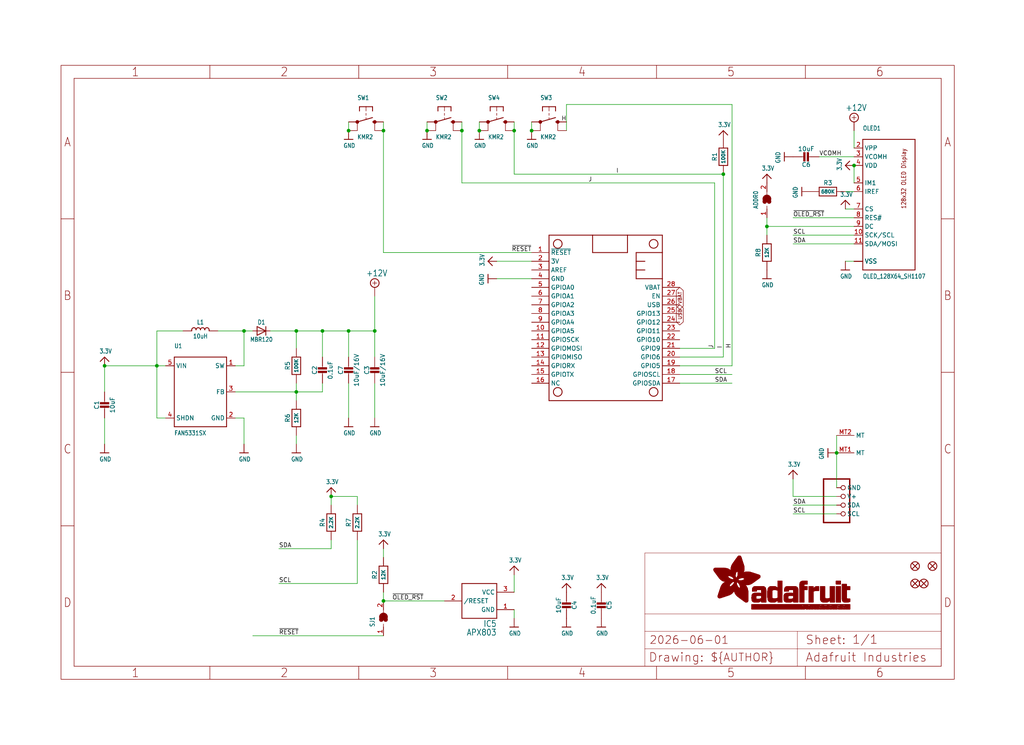
<source format=kicad_sch>
(kicad_sch (version 20230121) (generator eeschema)
  (paper "User" 298.45 217.322)
  (lib_symbols
    (symbol "working-eagle-import:+12V" (power)
      (property "Value" "+12V" (at -2.54 3.175 0))
      (symbol "+12V_1_0"
        (pin power_in line (at 0 -2.54 90) (length 2.54) (name "+12V") (number "1"))
      )
    )
    (symbol "working-eagle-import:3.3V" (power)
      (property "Value" "3.3V" (at -1.524 1.016 0))
      (symbol "3.3V_1_0"
        (pin power_in line (at 0 -2.54 90) (length 2.54) (name "3.3V") (number "1"))
      )
    )
    (symbol "working-eagle-import:AXP083-SAG"
      (property "Reference" "IC" (at -5.08 -7.62 0))
      (symbol "AXP083-SAG_1_0"
        (pin power_in line (at -10.16 -2.54 0) (length 5.08) (name "GND") (number "1"))
        (pin output line (at 10.16 0 180) (length 5.08) (name "/RESET") (number "2"))
        (pin power_in line (at -10.16 2.54 0) (length 5.08) (name "VCC") (number "3"))
      )
    )
    (symbol "working-eagle-import:CAP_CERAMIC0603_NO"
      (property "Reference" "C" (at -2.29 1.25 90))
      (symbol "CAP_CERAMIC0603_NO_1_0"
        (pin passive line (at 0 5.08 270) (length 2.54) (name "1") (number "1"))
        (pin passive line (at 0 -2.54 90) (length 2.54) (name "2") (number "2"))
      )
    )
    (symbol "working-eagle-import:CAP_CERAMIC0805-NOOUTLINE"
      (property "Reference" "C" (at -2.29 1.25 90))
      (symbol "CAP_CERAMIC0805-NOOUTLINE_1_0"
        (pin passive line (at 0 5.08 270) (length 2.54) (name "1") (number "1"))
        (pin passive line (at 0 -2.54 90) (length 2.54) (name "2") (number "2"))
      )
    )
    (symbol "working-eagle-import:DIODESOD-123"
      (property "Reference" "D" (at 0 2.54 0))
      (symbol "DIODESOD-123_1_0"
        (pin passive line (at -2.54 0 0) (length 2.54) (name "A") (number "A"))
        (pin passive line (at 2.54 0 180) (length 2.54) (name "C") (number "C"))
      )
    )
    (symbol "working-eagle-import:FEATHERWING_NODIM"
      (symbol "FEATHERWING_NODIM_1_0"
        (pin input line (at 5.08 -5.08 90) (length 5.08) (name "~{RESET}") (number "1"))
        (pin bidirectional line (at 27.94 -5.08 90) (length 5.08) (name "GPIOA5") (number "10"))
        (pin bidirectional line (at 30.48 -5.08 90) (length 5.08) (name "GPIOSCK") (number "11"))
        (pin bidirectional line (at 33.02 -5.08 90) (length 5.08) (name "GPIOMOSI") (number "12"))
        (pin bidirectional line (at 35.56 -5.08 90) (length 5.08) (name "GPIOMISO") (number "13"))
        (pin bidirectional line (at 38.1 -5.08 90) (length 5.08) (name "GPIORX") (number "14"))
        (pin bidirectional line (at 40.64 -5.08 90) (length 5.08) (name "GPIOTX") (number "15"))
        (pin passive line (at 43.18 -5.08 90) (length 5.08) (name "NC") (number "16"))
        (pin bidirectional line (at 43.18 38.1 270) (length 5.08) (name "GPIOSDA") (number "17"))
        (pin bidirectional line (at 40.64 38.1 270) (length 5.08) (name "GPIOSCL") (number "18"))
        (pin bidirectional line (at 38.1 38.1 270) (length 5.08) (name "GPIO5") (number "19"))
        (pin power_in line (at 7.62 -5.08 90) (length 5.08) (name "3V") (number "2"))
        (pin bidirectional line (at 35.56 38.1 270) (length 5.08) (name "GPIO6") (number "20"))
        (pin bidirectional line (at 33.02 38.1 270) (length 5.08) (name "GPIO9") (number "21"))
        (pin bidirectional line (at 30.48 38.1 270) (length 5.08) (name "GPIO10") (number "22"))
        (pin bidirectional line (at 27.94 38.1 270) (length 5.08) (name "GPIO11") (number "23"))
        (pin bidirectional line (at 25.4 38.1 270) (length 5.08) (name "GPIO12") (number "24"))
        (pin bidirectional line (at 22.86 38.1 270) (length 5.08) (name "GPIO13") (number "25"))
        (pin power_in line (at 20.32 38.1 270) (length 5.08) (name "USB") (number "26"))
        (pin passive line (at 17.78 38.1 270) (length 5.08) (name "EN") (number "27"))
        (pin power_in line (at 15.24 38.1 270) (length 5.08) (name "VBAT") (number "28"))
        (pin passive line (at 10.16 -5.08 90) (length 5.08) (name "AREF") (number "3"))
        (pin power_in line (at 12.7 -5.08 90) (length 5.08) (name "GND") (number "4"))
        (pin bidirectional line (at 15.24 -5.08 90) (length 5.08) (name "GPIOA0") (number "5"))
        (pin bidirectional line (at 17.78 -5.08 90) (length 5.08) (name "GPIOA1") (number "6"))
        (pin bidirectional line (at 20.32 -5.08 90) (length 5.08) (name "GPIOA2") (number "7"))
        (pin bidirectional line (at 22.86 -5.08 90) (length 5.08) (name "GPIOA3") (number "8"))
        (pin bidirectional line (at 25.4 -5.08 90) (length 5.08) (name "GPIOA4") (number "9"))
      )
    )
    (symbol "working-eagle-import:FIDUCIAL_1MM")
    (symbol "working-eagle-import:FRAME_A4_ADAFRUIT"
      (symbol "FRAME_A4_ADAFRUIT_1_0"
        (text "${#}/${##}" (at 230.505 10.16 0) (effects (font (size 2.54 2.54)) (justify left bottom)))
        (text "${AUTHOR}" (at 189.23 5.08 0) (effects (font (size 2.286 2.286)) (justify left bottom)))
        (text "${CURRENT_DATE}" (at 171.45 10.16 0) (effects (font (size 2.286 2.286)) (justify left bottom)))
        (text "${PROJECTNAME}" (at 171.45 15.24 0) (effects (font (size 2.54 2.54)) (justify left bottom)))
        (text "1" (at 21.6958 1.905 0) (effects (font (size 2.54 2.286))))
        (text "1" (at 21.6958 177.165 0) (effects (font (size 2.54 2.286))))
        (text "2" (at 65.0875 1.905 0) (effects (font (size 2.54 2.286))))
        (text "2" (at 65.0875 177.165 0) (effects (font (size 2.54 2.286))))
        (text "3" (at 108.4792 1.905 0) (effects (font (size 2.54 2.286))))
        (text "3" (at 108.4792 177.165 0) (effects (font (size 2.54 2.286))))
        (text "4" (at 151.8708 1.905 0) (effects (font (size 2.54 2.286))))
        (text "4" (at 151.8708 177.165 0) (effects (font (size 2.54 2.286))))
        (text "5" (at 195.2625 1.905 0) (effects (font (size 2.54 2.286))))
        (text "5" (at 195.2625 177.165 0) (effects (font (size 2.54 2.286))))
        (text "6" (at 238.6542 1.905 0) (effects (font (size 2.54 2.286))))
        (text "6" (at 238.6542 177.165 0) (effects (font (size 2.54 2.286))))
        (text "A" (at 1.905 156.6863 0) (effects (font (size 2.54 2.286))))
        (text "A" (at 258.445 156.6863 0) (effects (font (size 2.54 2.286))))
        (text "Adafruit Industries" (at 216.916 4.953 0) (effects (font (size 2.54 2.54)) (justify left bottom)))
        (text "B" (at 1.905 111.9188 0) (effects (font (size 2.54 2.286))))
        (text "B" (at 258.445 111.9188 0) (effects (font (size 2.54 2.286))))
        (text "C" (at 1.905 67.1513 0) (effects (font (size 2.54 2.286))))
        (text "C" (at 258.445 67.1513 0) (effects (font (size 2.54 2.286))))
        (text "D" (at 1.905 22.3838 0) (effects (font (size 2.54 2.286))))
        (text "D" (at 258.445 22.3838 0) (effects (font (size 2.54 2.286))))
        (text "Drawing:" (at 171.196 4.953 0) (effects (font (size 2.54 2.54)) (justify left bottom)))
        (text "Sheet:" (at 216.916 10.033 0) (effects (font (size 2.54 2.54)) (justify left bottom)))
      )
    )
    (symbol "working-eagle-import:GND" (power)
      (property "Value" "GND" (at -1.524 -2.54 0))
      (symbol "GND_1_0"
        (pin power_in line (at 0 2.54 270) (length 2.54) (name "GND") (number "1"))
      )
    )
    (symbol "working-eagle-import:INDUCTOR"
      (property "Reference" "L" (at 0 2.54 0))
      (symbol "INDUCTOR_1_0"
        (pin passive line (at -5.08 0 0) (length 2.54) (name "1") (number "P$1"))
        (pin passive line (at 5.08 0 180) (length 2.54) (name "2") (number "P$2"))
      )
    )
    (symbol "working-eagle-import:OLED_128X64_SH1107"
      (property "Reference" "OLED" (at -7.62 22.86 0))
      (symbol "OLED_128X64_SH1107_1_0"
        (text "128x32 OLED Display" (at 5.08 0 900) (effects (font (size 1.27 1.0795)) (justify left bottom)))
        (pin power_in line (at -10.16 -15.24 0) (length 2.54) (name "VSS") (number "1"))
        (pin input line (at -10.16 -7.62 0) (length 2.54) (name "SCK/SCL") (number "10"))
        (pin input line (at -10.16 -10.16 0) (length 2.54) (name "SDA/MOSI") (number "11"))
        (pin power_in line (at -10.16 -15.24 0) (length 2.54) (name "VSS") (number "12"))
        (pin power_in line (at -10.16 -15.24 0) (length 2.54) (name "VSS") (number "13"))
        (pin power_in line (at -10.16 17.78 0) (length 2.54) (name "VPP") (number "2"))
        (pin power_in line (at -10.16 15.24 0) (length 2.54) (name "VCOMH") (number "3"))
        (pin power_in line (at -10.16 12.7 0) (length 2.54) (name "VDD") (number "4"))
        (pin input line (at -10.16 7.62 0) (length 2.54) (name "IM1") (number "5"))
        (pin bidirectional line (at -10.16 5.08 0) (length 2.54) (name "IREF") (number "6"))
        (pin input line (at -10.16 0 0) (length 2.54) (name "CS") (number "7"))
        (pin input line (at -10.16 -2.54 0) (length 2.54) (name "RES#") (number "8"))
        (pin input line (at -10.16 -5.08 0) (length 2.54) (name "DC") (number "9"))
      )
    )
    (symbol "working-eagle-import:RESISTOR_0603_NOOUT"
      (property "Reference" "R" (at 0 2.54 0))
      (symbol "RESISTOR_0603_NOOUT_1_0"
        (pin passive line (at -5.08 0 0) (length 2.54) (name "1") (number "1"))
        (pin passive line (at 5.08 0 180) (length 2.54) (name "2") (number "2"))
      )
    )
    (symbol "working-eagle-import:SOLDERJUMPER"
      (property "Reference" "SJ" (at -2.54 2.54 0))
      (symbol "SOLDERJUMPER_1_0"
        (pin passive line (at -5.08 0 0) (length 2.54) (name "1") (number "1"))
        (pin passive line (at 5.08 0 180) (length 2.54) (name "2") (number "2"))
      )
    )
    (symbol "working-eagle-import:SOLDERJUMPERCLOSED"
      (property "Reference" "SJ" (at -2.54 2.54 0))
      (symbol "SOLDERJUMPERCLOSED_1_0"
        (pin passive line (at -5.08 0 0) (length 2.54) (name "1") (number "1"))
        (pin passive line (at 5.08 0 180) (length 2.54) (name "2") (number "2"))
      )
    )
    (symbol "working-eagle-import:STEMMA_I2C_QT"
      (symbol "STEMMA_I2C_QT_1_0"
        (pin passive inverted (at 0 5.08 0) (length 2.54) (name "GND") (number "1"))
        (pin passive inverted (at 0 2.54 0) (length 2.54) (name "V+") (number "2"))
        (pin passive inverted (at 0 0 0) (length 2.54) (name "SDA") (number "3"))
        (pin passive inverted (at 0 -2.54 0) (length 2.54) (name "SCL") (number "4"))
      )
      (symbol "STEMMA_I2C_QT_2_0"
        (pin bidirectional line (at 0 0 0) (length 5.08) (name "MT") (number "MT1"))
      )
      (symbol "STEMMA_I2C_QT_3_0"
        (pin bidirectional line (at 0 0 0) (length 5.08) (name "MT") (number "MT2"))
      )
    )
    (symbol "working-eagle-import:SWITCH_TACT_SMT4.6X2.8"
      (property "Reference" "SW" (at -2.54 6.35 0))
      (symbol "SWITCH_TACT_SMT4.6X2.8_1_0"
        (pin passive line (at -5.08 0 0) (length 2.54) (name "P") (number "A"))
        (pin passive line (at -5.08 -2.54 0) (length 2.54) (name "P1") (number "A'"))
        (pin passive line (at 5.08 0 180) (length 2.54) (name "S") (number "B"))
        (pin passive line (at 5.08 -2.54 180) (length 2.54) (name "S1") (number "B'"))
      )
    )
    (symbol "working-eagle-import:VREG_FAN5331"
      (property "Reference" "U" (at -7.62 12.7 0))
      (symbol "VREG_FAN5331_1_0"
        (pin bidirectional line (at 10.16 7.62 180) (length 2.54) (name "SW") (number "1"))
        (pin bidirectional line (at 10.16 -7.62 180) (length 2.54) (name "GND") (number "2"))
        (pin bidirectional line (at 10.16 0 180) (length 2.54) (name "FB") (number "3"))
        (pin bidirectional line (at -10.16 -7.62 0) (length 2.54) (name "SHDN") (number "4"))
        (pin bidirectional line (at -10.16 7.62 0) (length 2.54) (name "VIN") (number "5"))
      )
    )
  )
  (junction (at 30.48 106.68))
  (junction (at 86.36 114.3))
  (junction (at 93.98 96.52))
  (junction (at 86.36 96.52))
  (junction (at 154.94 38.1))
  (junction (at 96.52 144.78))
  (junction (at 223.52 66.04))
  (junction (at 71.12 96.52))
  (junction (at 111.76 38.1))
  (junction (at 45.72 106.68))
  (junction (at 134.62 38.1))
  (junction (at 139.7 38.1))
  (junction (at 248.92 48.26))
  (junction (at 109.22 96.52))
  (junction (at 111.76 175.26))
  (junction (at 149.86 38.1))
  (junction (at 124.46 38.1))
  (junction (at 243.84 132.08))
  (junction (at 101.6 38.1))
  (junction (at 210.82 50.8))
  (junction (at 101.6 96.52))
  (wire (pts (xy 246.38 76.2) (xy 248.92 76.2)) (stroke (width 0.1524)))
  (wire (pts (xy 86.36 96.52) (xy 93.98 96.52)) (stroke (width 0.1524)))
  (wire (pts (xy 111.76 35.56) (xy 111.76 38.1)) (stroke (width 0.1524)))
  (wire (pts (xy 213.36 30.48) (xy 213.36 106.68)) (stroke (width 0.1524)))
  (wire (pts (xy 45.72 106.68) (xy 45.72 96.52)) (stroke (width 0.1524)))
  (wire (pts (xy 96.52 147.32) (xy 96.52 144.78)) (stroke (width 0.1524)))
  (wire (pts (xy 101.6 121.92) (xy 101.6 111.76)) (stroke (width 0.1524)))
  (wire (pts (xy 149.86 50.8) (xy 210.82 50.8)) (stroke (width 0.1524)))
  (wire (pts (xy 104.14 144.78) (xy 96.52 144.78)) (stroke (width 0.1524)))
  (wire (pts (xy 45.72 121.92) (xy 45.72 106.68)) (stroke (width 0.1524)))
  (wire (pts (xy 246.38 60.96) (xy 248.92 60.96)) (stroke (width 0.1524)))
  (wire (pts (xy 109.22 111.76) (xy 109.22 121.92)) (stroke (width 0.1524)))
  (wire (pts (xy 165.1 30.48) (xy 165.1 38.1)) (stroke (width 0.1524)))
  (wire (pts (xy 30.48 121.92) (xy 30.48 129.54)) (stroke (width 0.1524)))
  (wire (pts (xy 71.12 121.92) (xy 71.12 129.54)) (stroke (width 0.1524)))
  (wire (pts (xy 198.12 101.6) (xy 208.28 101.6)) (stroke (width 0.1524)))
  (wire (pts (xy 139.7 35.56) (xy 139.7 38.1)) (stroke (width 0.1524)))
  (wire (pts (xy 243.84 132.08) (xy 243.84 142.24)) (stroke (width 0.1524)))
  (wire (pts (xy 101.6 96.52) (xy 109.22 96.52)) (stroke (width 0.1524)))
  (wire (pts (xy 231.14 144.78) (xy 231.14 139.7)) (stroke (width 0.1524)))
  (wire (pts (xy 101.6 96.52) (xy 101.6 104.14)) (stroke (width 0.1524)))
  (wire (pts (xy 45.72 106.68) (xy 30.48 106.68)) (stroke (width 0.1524)))
  (wire (pts (xy 223.52 66.04) (xy 223.52 68.58)) (stroke (width 0.1524)))
  (wire (pts (xy 111.76 73.66) (xy 154.94 73.66)) (stroke (width 0.1524)))
  (wire (pts (xy 71.12 106.68) (xy 68.58 106.68)) (stroke (width 0.1524)))
  (wire (pts (xy 104.14 147.32) (xy 104.14 144.78)) (stroke (width 0.1524)))
  (wire (pts (xy 96.52 160.02) (xy 81.28 160.02)) (stroke (width 0.1524)))
  (wire (pts (xy 198.12 106.68) (xy 213.36 106.68)) (stroke (width 0.1524)))
  (wire (pts (xy 231.14 68.58) (xy 248.92 68.58)) (stroke (width 0.1524)))
  (wire (pts (xy 154.94 35.56) (xy 154.94 38.1)) (stroke (width 0.1524)))
  (wire (pts (xy 45.72 96.52) (xy 53.34 96.52)) (stroke (width 0.1524)))
  (wire (pts (xy 111.76 185.42) (xy 73.66 185.42)) (stroke (width 0.1524)))
  (wire (pts (xy 86.36 96.52) (xy 86.36 101.6)) (stroke (width 0.1524)))
  (wire (pts (xy 86.36 114.3) (xy 86.36 111.76)) (stroke (width 0.1524)))
  (wire (pts (xy 86.36 127) (xy 86.36 129.54)) (stroke (width 0.1524)))
  (wire (pts (xy 243.84 147.32) (xy 231.14 147.32)) (stroke (width 0.1524)))
  (wire (pts (xy 30.48 106.68) (xy 30.48 114.3)) (stroke (width 0.1524)))
  (wire (pts (xy 198.12 104.14) (xy 210.82 104.14)) (stroke (width 0.1524)))
  (wire (pts (xy 48.26 106.68) (xy 45.72 106.68)) (stroke (width 0.1524)))
  (wire (pts (xy 104.14 170.18) (xy 81.28 170.18)) (stroke (width 0.1524)))
  (wire (pts (xy 198.12 111.76) (xy 213.36 111.76)) (stroke (width 0.1524)))
  (wire (pts (xy 149.86 177.8) (xy 149.86 180.34)) (stroke (width 0.1524)))
  (wire (pts (xy 93.98 96.52) (xy 101.6 96.52)) (stroke (width 0.1524)))
  (wire (pts (xy 71.12 96.52) (xy 71.12 106.68)) (stroke (width 0.1524)))
  (wire (pts (xy 238.76 45.72) (xy 248.92 45.72)) (stroke (width 0.1524)))
  (wire (pts (xy 111.76 38.1) (xy 111.76 73.66)) (stroke (width 0.1524)))
  (wire (pts (xy 86.36 116.84) (xy 86.36 114.3)) (stroke (width 0.1524)))
  (wire (pts (xy 223.52 63.5) (xy 223.52 66.04)) (stroke (width 0.1524)))
  (wire (pts (xy 68.58 114.3) (xy 86.36 114.3)) (stroke (width 0.1524)))
  (wire (pts (xy 149.86 35.56) (xy 149.86 38.1)) (stroke (width 0.1524)))
  (wire (pts (xy 231.14 63.5) (xy 248.92 63.5)) (stroke (width 0.1524)))
  (wire (pts (xy 124.46 35.56) (xy 124.46 38.1)) (stroke (width 0.1524)))
  (wire (pts (xy 111.76 175.26) (xy 111.76 172.72)) (stroke (width 0.1524)))
  (wire (pts (xy 134.62 38.1) (xy 134.62 53.34)) (stroke (width 0.1524)))
  (wire (pts (xy 246.38 55.88) (xy 248.92 55.88)) (stroke (width 0.1524)))
  (wire (pts (xy 48.26 121.92) (xy 45.72 121.92)) (stroke (width 0.1524)))
  (wire (pts (xy 210.82 50.8) (xy 210.82 104.14)) (stroke (width 0.1524)))
  (wire (pts (xy 208.28 53.34) (xy 208.28 101.6)) (stroke (width 0.1524)))
  (wire (pts (xy 144.78 76.2) (xy 154.94 76.2)) (stroke (width 0.1524)))
  (wire (pts (xy 78.74 96.52) (xy 86.36 96.52)) (stroke (width 0.1524)))
  (wire (pts (xy 248.92 38.1) (xy 248.92 43.18)) (stroke (width 0.1524)))
  (wire (pts (xy 71.12 96.52) (xy 73.66 96.52)) (stroke (width 0.1524)))
  (wire (pts (xy 231.14 149.86) (xy 243.84 149.86)) (stroke (width 0.1524)))
  (wire (pts (xy 93.98 114.3) (xy 93.98 111.76)) (stroke (width 0.1524)))
  (wire (pts (xy 223.52 66.04) (xy 248.92 66.04)) (stroke (width 0.1524)))
  (wire (pts (xy 248.92 71.12) (xy 231.14 71.12)) (stroke (width 0.1524)))
  (wire (pts (xy 165.1 30.48) (xy 213.36 30.48)) (stroke (width 0.1524)))
  (wire (pts (xy 93.98 104.14) (xy 93.98 96.52)) (stroke (width 0.1524)))
  (wire (pts (xy 101.6 35.56) (xy 101.6 38.1)) (stroke (width 0.1524)))
  (wire (pts (xy 109.22 96.52) (xy 109.22 86.36)) (stroke (width 0.1524)))
  (wire (pts (xy 144.78 81.28) (xy 154.94 81.28)) (stroke (width 0.1524)))
  (wire (pts (xy 109.22 96.52) (xy 109.22 104.14)) (stroke (width 0.1524)))
  (wire (pts (xy 149.86 38.1) (xy 149.86 50.8)) (stroke (width 0.1524)))
  (wire (pts (xy 134.62 53.34) (xy 208.28 53.34)) (stroke (width 0.1524)))
  (wire (pts (xy 243.84 127) (xy 243.84 132.08)) (stroke (width 0.1524)))
  (wire (pts (xy 104.14 157.48) (xy 104.14 170.18)) (stroke (width 0.1524)))
  (wire (pts (xy 198.12 109.22) (xy 213.36 109.22)) (stroke (width 0.1524)))
  (wire (pts (xy 134.62 35.56) (xy 134.62 38.1)) (stroke (width 0.1524)))
  (wire (pts (xy 86.36 114.3) (xy 93.98 114.3)) (stroke (width 0.1524)))
  (wire (pts (xy 68.58 121.92) (xy 71.12 121.92)) (stroke (width 0.1524)))
  (wire (pts (xy 243.84 144.78) (xy 231.14 144.78)) (stroke (width 0.1524)))
  (wire (pts (xy 248.92 48.26) (xy 248.92 53.34)) (stroke (width 0.1524)))
  (wire (pts (xy 63.5 96.52) (xy 71.12 96.52)) (stroke (width 0.1524)))
  (wire (pts (xy 129.54 175.26) (xy 111.76 175.26)) (stroke (width 0.1524)))
  (wire (pts (xy 149.86 172.72) (xy 149.86 167.64)) (stroke (width 0.1524)))
  (wire (pts (xy 111.76 162.56) (xy 111.76 160.02)) (stroke (width 0.1524)))
  (wire (pts (xy 96.52 160.02) (xy 96.52 157.48)) (stroke (width 0.1524)))
  (label "~{OLED_RST}" (at 231.14 63.5 0) (effects (font (size 1.2446 1.2446))))
  (label "H" (at 213.36 101.6 90) (effects (font (size 1.2446 1.2446))))
  (label "~{RESET}" (at 81.28 185.42 0) (effects (font (size 1.2446 1.2446))))
  (label "H" (at 165.1 35.56 180) (effects (font (size 1.2446 1.2446))))
  (label "SDA" (at 231.14 147.32 0) (effects (font (size 1.2446 1.2446))))
  (label "SCL" (at 231.14 149.86 0) (effects (font (size 1.2446 1.2446))))
  (label "~{RESET}" (at 154.94 73.66 180) (effects (font (size 1.2446 1.2446))))
  (label "SCL" (at 231.14 68.58 0) (effects (font (size 1.2446 1.2446))))
  (label "~{OLED_RST}" (at 114.3 175.26 0) (effects (font (size 1.2446 1.2446))))
  (label "I" (at 210.82 101.6 90) (effects (font (size 1.2446 1.2446))))
  (label "J" (at 208.28 101.6 90) (effects (font (size 1.2446 1.2446))))
  (label "SCL" (at 208.28 109.22 0) (effects (font (size 1.2446 1.2446))))
  (label "J" (at 171.45 53.34 0) (effects (font (size 1.2446 1.2446))))
  (label "VCOMH" (at 238.76 45.72 0) (effects (font (size 1.2446 1.2446))))
  (label "I" (at 180.34 50.8 180) (effects (font (size 1.2446 1.2446))))
  (label "SDA" (at 81.28 160.02 0) (effects (font (size 1.2446 1.2446))))
  (label "SDA" (at 208.28 111.76 0) (effects (font (size 1.2446 1.2446))))
  (label "SDA" (at 231.14 71.12 0) (effects (font (size 1.2446 1.2446))))
  (label "SCL" (at 81.28 170.18 0) (effects (font (size 1.2446 1.2446))))
  (global_label "USB" (shape bidirectional) (at 198.12 88.9 270) (effects (font (size 1.016 1.016))) (property "Intersheetrefs" "${INTERSHEET_REFS}" (effects hide)))
  (global_label "VBAT" (shape bidirectional) (at 198.12 83.82 270) (effects (font (size 1.016 1.016))) (property "Intersheetrefs" "${INTERSHEET_REFS}" (effects hide)))
  (symbol (lib_id "working-eagle-import:CAP_CERAMIC0805-NOOUTLINE") (at 30.48 119.38 0) (unit 1)
    (property "Reference" "C1" (at 28.19 118.13 90))
    (property "Value" "10uF" (at 32.78 118.13 90))
    (property "Footprint" "working:0805-NO" (effects hide))
  )
  (symbol (lib_id "working-eagle-import:3.3V") (at 149.86 165.1 0) (unit 1)
    (property "Reference" "#U$31" (effects hide))
    (property "Value" "3.3V" (at 148.336 164.084 0) (effects (font (size 1.27 1.0795)) (justify left bottom)))
  )
  (symbol (lib_id "working-eagle-import:RESISTOR_0603_NOOUT") (at 86.36 106.68 90) (unit 1)
    (property "Reference" "R5" (at 83.82 106.68 0))
    (property "Value" "100K" (at 86.36 106.68 0) (effects (font (size 1.016 1.016) bold)))
    (property "Footprint" "working:0603-NO" (effects hide))
  )
  (symbol (lib_id "working-eagle-import:GND") (at 142.24 81.28 270) (unit 1)
    (property "Reference" "#U$7" (effects hide))
    (property "Value" "GND" (at 139.7 79.756 0) (effects (font (size 1.27 1.0795)) (justify left bottom)))
  )
  (symbol (lib_id "working-eagle-import:GND") (at 86.36 132.08 0) (unit 1)
    (property "Reference" "#U$5" (effects hide))
    (property "Value" "GND" (at 84.836 134.62 0) (effects (font (size 1.27 1.0795)) (justify left bottom)))
  )
  (symbol (lib_id "working-eagle-import:3.3V") (at 231.14 137.16 0) (unit 1)
    (property "Reference" "#U$4" (effects hide))
    (property "Value" "3.3V" (at 229.616 136.144 0) (effects (font (size 1.27 1.0795)) (justify left bottom)))
  )
  (symbol (lib_id "working-eagle-import:RESISTOR_0603_NOOUT") (at 223.52 73.66 90) (unit 1)
    (property "Reference" "R8" (at 220.98 73.66 0))
    (property "Value" "12K" (at 223.52 73.66 0) (effects (font (size 1.016 1.016) bold)))
    (property "Footprint" "working:0603-NO" (effects hide))
  )
  (symbol (lib_id "working-eagle-import:SOLDERJUMPERCLOSED") (at 111.76 180.34 90) (unit 1)
    (property "Reference" "SJ1" (at 109.22 182.88 0) (effects (font (size 1.27 1.0795)) (justify left bottom)))
    (property "Value" "SOLDERJUMPERCLOSED" (effects hide))
    (property "Footprint" "working:SOLDERJUMPER_CLOSEDWIRE" (effects hide))
  )
  (symbol (lib_id "working-eagle-import:GND") (at 165.1 182.88 0) (unit 1)
    (property "Reference" "#U$23" (effects hide))
    (property "Value" "GND" (at 163.576 185.42 0) (effects (font (size 1.27 1.0795)) (justify left bottom)))
  )
  (symbol (lib_id "working-eagle-import:3.3V") (at 246.38 58.42 0) (unit 1)
    (property "Reference" "#U$2" (effects hide))
    (property "Value" "3.3V" (at 244.856 57.404 0) (effects (font (size 1.27 1.0795)) (justify left bottom)))
  )
  (symbol (lib_id "working-eagle-import:3.3V") (at 165.1 170.18 0) (unit 1)
    (property "Reference" "#U$22" (effects hide))
    (property "Value" "3.3V" (at 163.576 169.164 0) (effects (font (size 1.27 1.0795)) (justify left bottom)))
  )
  (symbol (lib_id "working-eagle-import:RESISTOR_0603_NOOUT") (at 210.82 45.72 90) (unit 1)
    (property "Reference" "R1" (at 208.28 45.72 0))
    (property "Value" "100K" (at 210.82 45.72 0) (effects (font (size 1.016 1.016) bold)))
    (property "Footprint" "working:0603-NO" (effects hide))
  )
  (symbol (lib_id "working-eagle-import:RESISTOR_0603_NOOUT") (at 104.14 152.4 90) (unit 1)
    (property "Reference" "R7" (at 101.6 152.4 0))
    (property "Value" "2.2K" (at 104.14 152.4 0) (effects (font (size 1.016 1.016) bold)))
    (property "Footprint" "working:0603-NO" (effects hide))
  )
  (symbol (lib_id "working-eagle-import:FEATHERWING_NODIM") (at 160.02 68.58 270) (unit 1)
    (property "Reference" "MS1" (effects hide))
    (property "Value" "FEATHERWING_NODIM" (effects hide))
    (property "Footprint" "working:FEATHERWING_NODIM" (effects hide))
  )
  (symbol (lib_id "working-eagle-import:RESISTOR_0603_NOOUT") (at 241.3 55.88 0) (unit 1)
    (property "Reference" "R3" (at 241.3 53.34 0))
    (property "Value" "680K" (at 241.3 55.88 0) (effects (font (size 1.016 1.016) bold)))
    (property "Footprint" "working:0603-NO" (effects hide))
  )
  (symbol (lib_id "working-eagle-import:GND") (at 223.52 81.28 0) (unit 1)
    (property "Reference" "#U$32" (effects hide))
    (property "Value" "GND" (at 221.996 83.82 0) (effects (font (size 1.27 1.0795)) (justify left bottom)))
  )
  (symbol (lib_id "working-eagle-import:STEMMA_I2C_QT") (at 243.84 147.32 0) (unit 1)
    (property "Reference" "CONN1" (effects hide))
    (property "Value" "STEMMA_I2C_QT" (effects hide))
    (property "Footprint" "working:JST_SH4" (effects hide))
  )
  (symbol (lib_id "working-eagle-import:3.3V") (at 175.26 170.18 0) (unit 1)
    (property "Reference" "#U$33" (effects hide))
    (property "Value" "3.3V" (at 173.736 169.164 0) (effects (font (size 1.27 1.0795)) (justify left bottom)))
  )
  (symbol (lib_id "working-eagle-import:RESISTOR_0603_NOOUT") (at 111.76 167.64 90) (unit 1)
    (property "Reference" "R2" (at 109.22 167.64 0))
    (property "Value" "12K" (at 111.76 167.64 0) (effects (font (size 1.016 1.016) bold)))
    (property "Footprint" "working:0603-NO" (effects hide))
  )
  (symbol (lib_id "working-eagle-import:SOLDERJUMPER") (at 223.52 58.42 90) (unit 1)
    (property "Reference" "ADDR0" (at 220.98 60.96 0) (effects (font (size 1.27 1.0795)) (justify left bottom)))
    (property "Value" "SOLDERJUMPER" (effects hide))
    (property "Footprint" "working:SOLDERJUMPER_ARROW_NOPASTE" (effects hide))
  )
  (symbol (lib_id "working-eagle-import:GND") (at 71.12 132.08 0) (unit 1)
    (property "Reference" "#U$25" (effects hide))
    (property "Value" "GND" (at 69.596 134.62 0) (effects (font (size 1.27 1.0795)) (justify left bottom)))
  )
  (symbol (lib_id "working-eagle-import:STEMMA_I2C_QT") (at 243.84 127 0) (unit 3)
    (property "Reference" "CONN1" (effects hide))
    (property "Value" "STEMMA_I2C_QT" (effects hide))
    (property "Footprint" "working:JST_SH4" (effects hide))
  )
  (symbol (lib_id "working-eagle-import:CAP_CERAMIC0603_NO") (at 175.26 175.26 180) (unit 1)
    (property "Reference" "C5" (at 177.55 176.51 90))
    (property "Value" "0.1uF" (at 172.96 176.51 90))
    (property "Footprint" "working:0603-NO" (effects hide))
  )
  (symbol (lib_id "working-eagle-import:3.3V") (at 210.82 38.1 0) (unit 1)
    (property "Reference" "#U$3" (effects hide))
    (property "Value" "3.3V" (at 209.296 37.084 0) (effects (font (size 1.27 1.0795)) (justify left bottom)))
  )
  (symbol (lib_id "working-eagle-import:SWITCH_TACT_SMT4.6X2.8") (at 144.78 35.56 0) (unit 1)
    (property "Reference" "SW4" (at 142.24 29.21 0) (effects (font (size 1.27 1.0795)) (justify left bottom)))
    (property "Value" "KMR2" (at 142.24 40.64 0) (effects (font (size 1.27 1.0795)) (justify left bottom)))
    (property "Footprint" "working:BTN_KMR2_4.6X2.8" (effects hide))
  )
  (symbol (lib_id "working-eagle-import:FIDUCIAL_1MM") (at 271.78 165.1 0) (unit 1)
    (property "Reference" "FID1" (effects hide))
    (property "Value" "FIDUCIAL_1MM" (effects hide))
    (property "Footprint" "working:FIDUCIAL_1MM" (effects hide))
  )
  (symbol (lib_id "working-eagle-import:GND") (at 228.6 45.72 270) (unit 1)
    (property "Reference" "#U$20" (effects hide))
    (property "Value" "GND" (at 226.06 44.196 0) (effects (font (size 1.27 1.0795)) (justify left bottom)))
  )
  (symbol (lib_id "working-eagle-import:SWITCH_TACT_SMT4.6X2.8") (at 106.68 35.56 0) (unit 1)
    (property "Reference" "SW1" (at 104.14 29.21 0) (effects (font (size 1.27 1.0795)) (justify left bottom)))
    (property "Value" "KMR2" (at 104.14 40.64 0) (effects (font (size 1.27 1.0795)) (justify left bottom)))
    (property "Footprint" "working:BTN_KMR2_4.6X2.8" (effects hide))
  )
  (symbol (lib_id "working-eagle-import:GND") (at 124.46 40.64 0) (unit 1)
    (property "Reference" "#U$10" (effects hide))
    (property "Value" "GND" (at 122.936 43.18 0) (effects (font (size 1.27 1.0795)) (justify left bottom)))
  )
  (symbol (lib_id "working-eagle-import:AXP083-SAG") (at 139.7 175.26 0) (mirror y) (unit 1)
    (property "Reference" "IC5" (at 144.78 182.88 0) (effects (font (size 1.778 1.5113)) (justify left bottom)))
    (property "Value" "APX803" (at 144.78 185.42 0) (effects (font (size 1.778 1.5113)) (justify left bottom)))
    (property "Footprint" "working:SOT23" (effects hide))
  )
  (symbol (lib_id "working-eagle-import:GND") (at 139.7 40.64 0) (unit 1)
    (property "Reference" "#U$11" (effects hide))
    (property "Value" "GND" (at 138.176 43.18 0) (effects (font (size 1.27 1.0795)) (justify left bottom)))
  )
  (symbol (lib_id "working-eagle-import:GND") (at 149.86 182.88 0) (unit 1)
    (property "Reference" "#U$17" (effects hide))
    (property "Value" "GND" (at 148.336 185.42 0) (effects (font (size 1.27 1.0795)) (justify left bottom)))
  )
  (symbol (lib_id "working-eagle-import:3.3V") (at 30.48 104.14 0) (unit 1)
    (property "Reference" "#U$28" (effects hide))
    (property "Value" "3.3V" (at 28.956 103.124 0) (effects (font (size 1.27 1.0795)) (justify left bottom)))
  )
  (symbol (lib_id "working-eagle-import:GND") (at 233.68 55.88 270) (unit 1)
    (property "Reference" "#U$19" (effects hide))
    (property "Value" "GND" (at 231.14 54.356 0) (effects (font (size 1.27 1.0795)) (justify left bottom)))
  )
  (symbol (lib_id "working-eagle-import:RESISTOR_0603_NOOUT") (at 86.36 121.92 90) (unit 1)
    (property "Reference" "R6" (at 83.82 121.92 0))
    (property "Value" "12K" (at 86.36 121.92 0) (effects (font (size 1.016 1.016) bold)))
    (property "Footprint" "working:0603-NO" (effects hide))
  )
  (symbol (lib_id "working-eagle-import:+12V") (at 109.22 83.82 0) (unit 1)
    (property "Reference" "#SUPPLY2" (effects hide))
    (property "Value" "+12V" (at 106.68 80.645 0) (effects (font (size 1.778 1.5113)) (justify left bottom)))
  )
  (symbol (lib_id "working-eagle-import:3.3V") (at 96.52 142.24 0) (unit 1)
    (property "Reference" "#U$13" (effects hide))
    (property "Value" "3.3V" (at 94.996 141.224 0) (effects (font (size 1.27 1.0795)) (justify left bottom)))
  )
  (symbol (lib_id "working-eagle-import:RESISTOR_0603_NOOUT") (at 96.52 152.4 90) (unit 1)
    (property "Reference" "R4" (at 93.98 152.4 0))
    (property "Value" "2.2K" (at 96.52 152.4 0) (effects (font (size 1.016 1.016) bold)))
    (property "Footprint" "working:0603-NO" (effects hide))
  )
  (symbol (lib_id "working-eagle-import:FIDUCIAL_1MM") (at 266.7 170.18 0) (unit 1)
    (property "Reference" "FID3" (effects hide))
    (property "Value" "FIDUCIAL_1MM" (effects hide))
    (property "Footprint" "working:FIDUCIAL_1MM" (effects hide))
  )
  (symbol (lib_id "working-eagle-import:CAP_CERAMIC0805-NOOUTLINE") (at 101.6 109.22 0) (unit 1)
    (property "Reference" "C7" (at 99.31 107.97 90))
    (property "Value" "10uF/16V" (at 103.9 107.97 90))
    (property "Footprint" "working:0805-NO" (effects hide))
  )
  (symbol (lib_id "working-eagle-import:3.3V") (at 142.24 76.2 90) (unit 1)
    (property "Reference" "#U$6" (effects hide))
    (property "Value" "3.3V" (at 141.224 77.724 0) (effects (font (size 1.27 1.0795)) (justify left bottom)))
  )
  (symbol (lib_id "working-eagle-import:VREG_FAN5331") (at 58.42 114.3 0) (unit 1)
    (property "Reference" "U1" (at 50.8 101.6 0) (effects (font (size 1.27 1.0795)) (justify left bottom)))
    (property "Value" "FAN5331SX" (at 50.8 127 0) (effects (font (size 1.27 1.0795)) (justify left bottom)))
    (property "Footprint" "working:SOT23-5" (effects hide))
  )
  (symbol (lib_id "working-eagle-import:GND") (at 109.22 124.46 0) (unit 1)
    (property "Reference" "#U$26" (effects hide))
    (property "Value" "GND" (at 107.696 127 0) (effects (font (size 1.27 1.0795)) (justify left bottom)))
  )
  (symbol (lib_id "working-eagle-import:OLED_128X64_SH1107") (at 259.08 60.96 0) (unit 1)
    (property "Reference" "OLED1" (at 251.46 38.1 0) (effects (font (size 1.27 1.0795)) (justify left bottom)))
    (property "Value" "OLED_128X64_SH1107" (at 251.46 81.28 0) (effects (font (size 1.27 1.0795)) (justify left bottom)))
    (property "Footprint" "working:QT1107P11A" (effects hide))
  )
  (symbol (lib_id "working-eagle-import:FIDUCIAL_1MM") (at 269.24 170.18 0) (unit 1)
    (property "Reference" "FID4" (effects hide))
    (property "Value" "FIDUCIAL_1MM" (effects hide))
    (property "Footprint" "working:FIDUCIAL_1MM" (effects hide))
  )
  (symbol (lib_id "working-eagle-import:3.3V") (at 223.52 50.8 0) (unit 1)
    (property "Reference" "#U$30" (effects hide))
    (property "Value" "3.3V" (at 221.996 49.784 0) (effects (font (size 1.27 1.0795)) (justify left bottom)))
  )
  (symbol (lib_id "working-eagle-import:GND") (at 175.26 182.88 0) (unit 1)
    (property "Reference" "#U$34" (effects hide))
    (property "Value" "GND" (at 173.736 185.42 0) (effects (font (size 1.27 1.0795)) (justify left bottom)))
  )
  (symbol (lib_id "working-eagle-import:GND") (at 154.94 40.64 0) (unit 1)
    (property "Reference" "#U$12" (effects hide))
    (property "Value" "GND" (at 153.416 43.18 0) (effects (font (size 1.27 1.0795)) (justify left bottom)))
  )
  (symbol (lib_id "working-eagle-import:GND") (at 246.38 78.74 0) (unit 1)
    (property "Reference" "#U$18" (effects hide))
    (property "Value" "GND" (at 244.856 81.28 0) (effects (font (size 1.27 1.0795)) (justify left bottom)))
  )
  (symbol (lib_id "working-eagle-import:GND") (at 30.48 132.08 0) (unit 1)
    (property "Reference" "#U$24" (effects hide))
    (property "Value" "GND" (at 28.956 134.62 0) (effects (font (size 1.27 1.0795)) (justify left bottom)))
  )
  (symbol (lib_id "working-eagle-import:SWITCH_TACT_SMT4.6X2.8") (at 129.54 35.56 0) (unit 1)
    (property "Reference" "SW2" (at 127 29.21 0) (effects (font (size 1.27 1.0795)) (justify left bottom)))
    (property "Value" "KMR2" (at 127 40.64 0) (effects (font (size 1.27 1.0795)) (justify left bottom)))
    (property "Footprint" "working:BTN_KMR2_4.6X2.8" (effects hide))
  )
  (symbol (lib_id "working-eagle-import:GND") (at 101.6 40.64 0) (unit 1)
    (property "Reference" "#U$9" (effects hide))
    (property "Value" "GND" (at 100.076 43.18 0) (effects (font (size 1.27 1.0795)) (justify left bottom)))
  )
  (symbol (lib_id "working-eagle-import:CAP_CERAMIC0805-NOOUTLINE") (at 165.1 175.26 180) (unit 1)
    (property "Reference" "C4" (at 167.39 176.51 90))
    (property "Value" "10uF" (at 162.8 176.51 90))
    (property "Footprint" "working:0805-NO" (effects hide))
  )
  (symbol (lib_id "working-eagle-import:DIODESOD-123") (at 76.2 96.52 0) (unit 1)
    (property "Reference" "D1" (at 76.2 93.98 0) (effects (font (size 1.27 1.0795))))
    (property "Value" "MBR120" (at 76.2 99.02 0) (effects (font (size 1.27 1.0795))))
    (property "Footprint" "working:SOD-123" (effects hide))
  )
  (symbol (lib_id "working-eagle-import:GND") (at 241.3 132.08 270) (unit 1)
    (property "Reference" "#U$29" (effects hide))
    (property "Value" "GND" (at 238.76 130.556 0) (effects (font (size 1.27 1.0795)) (justify left bottom)))
  )
  (symbol (lib_id "working-eagle-import:STEMMA_I2C_QT") (at 243.84 132.08 0) (unit 2)
    (property "Reference" "CONN1" (effects hide))
    (property "Value" "STEMMA_I2C_QT" (effects hide))
    (property "Footprint" "working:JST_SH4" (effects hide))
  )
  (symbol (lib_id "working-eagle-import:INDUCTOR") (at 58.42 96.52 0) (unit 1)
    (property "Reference" "L1" (at 58.42 93.98 0) (effects (font (size 1.27 1.0795))))
    (property "Value" "10uH" (at 58.42 98.06 0) (effects (font (size 1.27 1.0795))))
    (property "Footprint" "working:INDUCTOR_1007" (effects hide))
  )
  (symbol (lib_id "working-eagle-import:FRAME_A4_ADAFRUIT") (at 17.78 198.12 0) (unit 1)
    (property "Reference" "#U$1" (effects hide))
    (property "Value" "FRAME_A4_ADAFRUIT" (effects hide))
  )
  (symbol (lib_id "working-eagle-import:SWITCH_TACT_SMT4.6X2.8") (at 160.02 35.56 0) (unit 1)
    (property "Reference" "SW3" (at 157.48 29.21 0) (effects (font (size 1.27 1.0795)) (justify left bottom)))
    (property "Value" "KMR2" (at 157.48 40.64 0) (effects (font (size 1.27 1.0795)) (justify left bottom)))
    (property "Footprint" "working:BTN_KMR2_4.6X2.8" (effects hide))
  )
  (symbol (lib_id "working-eagle-import:CAP_CERAMIC0603_NO") (at 93.98 109.22 0) (unit 1)
    (property "Reference" "C2" (at 91.69 107.97 90))
    (property "Value" "0.1uF" (at 96.28 107.97 90))
    (property "Footprint" "working:0603-NO" (effects hide))
  )
  (symbol (lib_id "working-eagle-import:FIDUCIAL_1MM") (at 266.7 165.1 0) (unit 1)
    (property "Reference" "FID2" (effects hide))
    (property "Value" "FIDUCIAL_1MM" (effects hide))
    (property "Footprint" "working:FIDUCIAL_1MM" (effects hide))
  )
  (symbol (lib_id "working-eagle-import:3.3V") (at 111.76 157.48 0) (unit 1)
    (property "Reference" "#U$21" (effects hide))
    (property "Value" "3.3V" (at 110.236 156.464 0) (effects (font (size 1.27 1.0795)) (justify left bottom)))
  )
  (symbol (lib_id "working-eagle-import:CAP_CERAMIC0805-NOOUTLINE") (at 236.22 45.72 90) (unit 1)
    (property "Reference" "C6" (at 234.97 48.01 90))
    (property "Value" "10uF" (at 234.97 43.42 90))
    (property "Footprint" "working:0805-NO" (effects hide))
  )
  (symbol (lib_id "working-eagle-import:GND") (at 101.6 124.46 0) (unit 1)
    (property "Reference" "#U$27" (effects hide))
    (property "Value" "GND" (at 100.076 127 0) (effects (font (size 1.27 1.0795)) (justify left bottom)))
  )
  (symbol (lib_id "working-eagle-import:+12V") (at 248.92 35.56 0) (unit 1)
    (property "Reference" "#SUPPLY1" (effects hide))
    (property "Value" "+12V" (at 246.38 32.385 0) (effects (font (size 1.778 1.5113)) (justify left bottom)))
  )
  (symbol (lib_id "working-eagle-import:CAP_CERAMIC0805-NOOUTLINE") (at 109.22 109.22 0) (unit 1)
    (property "Reference" "C3" (at 106.93 107.97 90))
    (property "Value" "10uF/16V" (at 111.52 107.97 90))
    (property "Footprint" "working:0805-NO" (effects hide))
  )
  (symbol (lib_id "working-eagle-import:3.3V") (at 246.38 48.26 90) (unit 1)
    (property "Reference" "#U$15" (effects hide))
    (property "Value" "3.3V" (at 245.364 49.784 0) (effects (font (size 1.27 1.0795)) (justify left bottom)))
  )
)
</source>
